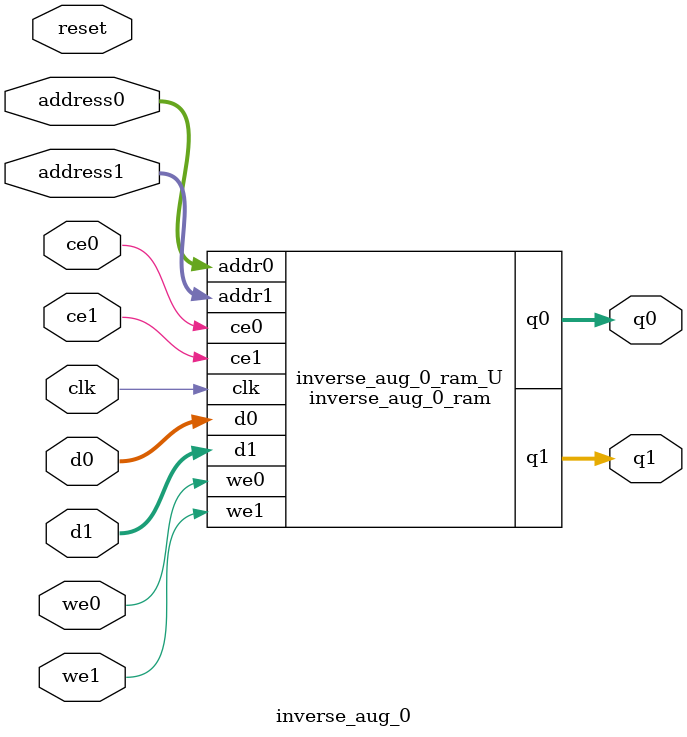
<source format=v>
`timescale 1 ns / 1 ps
module inverse_aug_0_ram (addr0, ce0, d0, we0, q0, addr1, ce1, d1, we1, q1,  clk);

parameter DWIDTH = 32;
parameter AWIDTH = 4;
parameter MEM_SIZE = 10;

input[AWIDTH-1:0] addr0;
input ce0;
input[DWIDTH-1:0] d0;
input we0;
output reg[DWIDTH-1:0] q0;
input[AWIDTH-1:0] addr1;
input ce1;
input[DWIDTH-1:0] d1;
input we1;
output reg[DWIDTH-1:0] q1;
input clk;

(* ram_style = "block" *)reg [DWIDTH-1:0] ram[0:MEM_SIZE-1];




always @(posedge clk)  
begin 
    if (ce0) begin
        if (we0) 
            ram[addr0] <= d0; 
        q0 <= ram[addr0];
    end
end


always @(posedge clk)  
begin 
    if (ce1) begin
        if (we1) 
            ram[addr1] <= d1; 
        q1 <= ram[addr1];
    end
end


endmodule

`timescale 1 ns / 1 ps
module inverse_aug_0(
    reset,
    clk,
    address0,
    ce0,
    we0,
    d0,
    q0,
    address1,
    ce1,
    we1,
    d1,
    q1);

parameter DataWidth = 32'd32;
parameter AddressRange = 32'd10;
parameter AddressWidth = 32'd4;
input reset;
input clk;
input[AddressWidth - 1:0] address0;
input ce0;
input we0;
input[DataWidth - 1:0] d0;
output[DataWidth - 1:0] q0;
input[AddressWidth - 1:0] address1;
input ce1;
input we1;
input[DataWidth - 1:0] d1;
output[DataWidth - 1:0] q1;



inverse_aug_0_ram inverse_aug_0_ram_U(
    .clk( clk ),
    .addr0( address0 ),
    .ce0( ce0 ),
    .we0( we0 ),
    .d0( d0 ),
    .q0( q0 ),
    .addr1( address1 ),
    .ce1( ce1 ),
    .we1( we1 ),
    .d1( d1 ),
    .q1( q1 ));

endmodule


</source>
